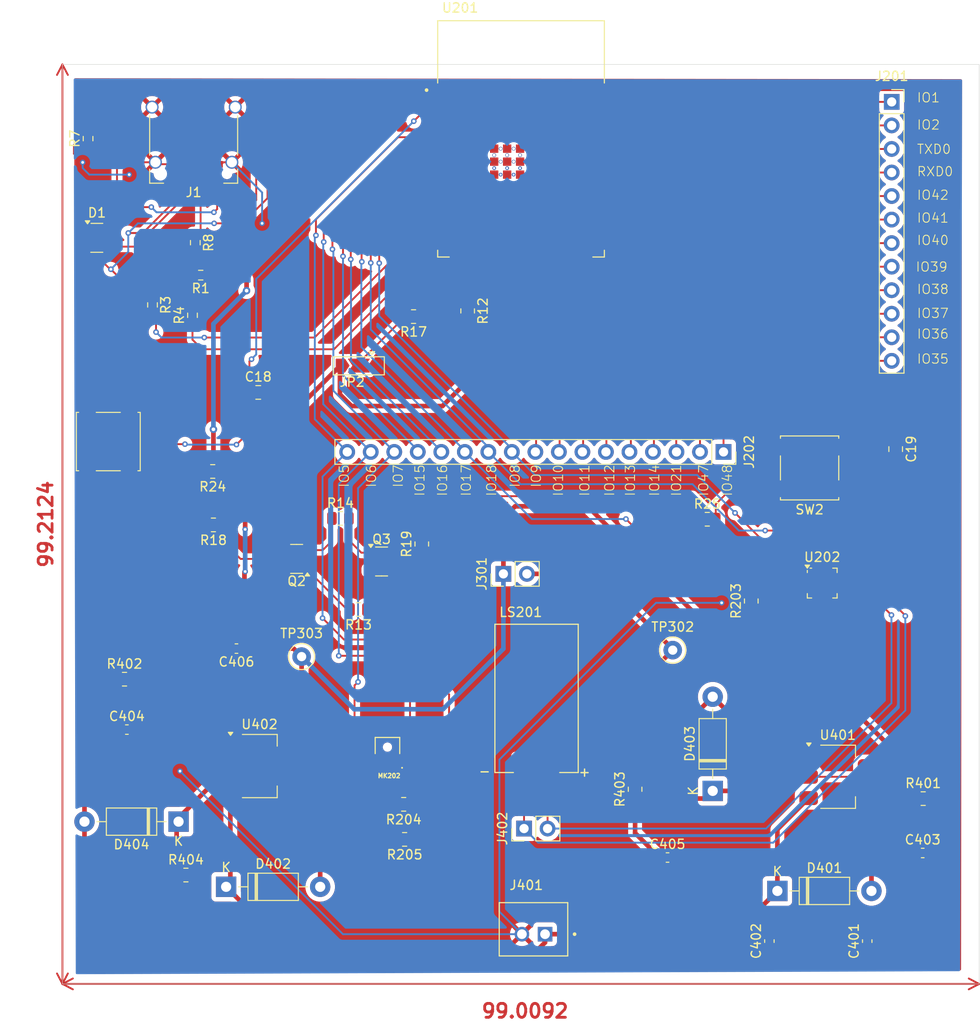
<source format=kicad_pcb>
(kicad_pcb (version 20241229) (generator "pcbnew") (generator_version "9.0")
  (layers (0 "F.Cu" signal) (2 "B.Cu" signal) (13 "F.Paste" user) (15 "B.Paste" user) (5 "F.SilkS" user "F.Silkscreen") (7 "B.SilkS" user "B.Silkscreen") (1 "F.Mask" user) (3 "B.Mask" user) (25 "Edge.Cuts" user))
  (net 0 "")
  (net 1 "/MCU/CHIP_PU")
  (net 2 "GND")
  (net 3 "/MCU/GPIO0_STRAPPING")
  (net 4 "/PowerSS/REG_IN")
  (net 5 "Net-(D403-A)")
  (net 6 "Net-(D404-A)")
  (net 7 "+5V")
  (net 8 "+3.3V")
  (net 9 "/MCU/EXT_D-")
  (net 10 "/MCU/V_USB")
  (net 11 "/MCU/EXT_D+")
  (net 12 "Net-(J1-CC1)")
  (net 13 "Net-(J1-CC2)")
  (net 14 "/MCU/RXD0")
  (net 15 "/MCU/IO14")
  (net 16 "/MCU/IO7")
  (net 17 "/MCU/IO5")
  (net 18 "/MCU/IO2")
  (net 19 "/MCU/IO8")
  (net 20 "/MCU/TXD0")
  (net 21 "/MCU/IO12")
  (net 22 "/MCU/IO6")
  (net 23 "/MCU/IO16")
  (net 24 "/MCU/IO15")
  (net 25 "/MCU/IO11")
  (net 26 "/MCU/IO9")
  (net 27 "/MCU/IO10")
  (net 28 "/MCU/IO13")
  (net 29 "/MCU/IO1")
  (net 30 "/MCU/IO18")
  (net 31 "/MCU/IO35")
  (net 32 "/MCU/IO21")
  (net 33 "/MCU/IO36")
  (net 34 "/MCU/IO39")
  (net 35 "/MCU/IO17")
  (net 36 "/MCU/DTR")
  (net 37 "/MCU/IO37")
  (net 38 "/MCU/IO40")
  (net 39 "/MCU/RTS")
  (net 40 "/MCU/IO38")
  (net 41 "/MCU/IO47")
  (net 42 "/MCU/IO48")
  (net 43 "/MCU/IO42")
  (net 44 "/MCU/IO41")
  (net 45 "/IO/OUTN")
  (net 46 "/IO/OUTP")
  (net 47 "Net-(JP2-C)")
  (net 48 "Net-(MK202-DATA_OUT)")
  (net 49 "Net-(Q2-C)")
  (net 50 "Net-(Q2-B)")
  (net 51 "Net-(Q3-B)")
  (net 52 "Net-(Q3-C)")
  (net 53 "/MCU/D-")
  (net 54 "/MCU/D+")
  (net 55 "/MCU/GPIO46_STRAPPING")
  (net 56 "/MCU/GPIO3_STRAPPING")
  (net 57 "Net-(U202-GAIN_SLOT)")
  (net 58 "/MCU/VBAT_SENSE")
  (net 59 "/MCU/GPIO45_STRAPPING")
  (footprint "B2B_XH_A:JST_B2B-XH-A" (layer "F.Cu") (at 127.0485 147.0914)
    (property "Reference" "J401")
    (property "Value" "B2B-XH-A")
  )
  (footprint "Resistor_SMD:R_0805_2012Metric" (layer "F.Cu") (at 119.9388 80.3656 -90)
    (property "Reference" "R12")
    (property "Value" "1k")
  )
  (footprint "Resistor_SMD:R_0805_2012Metric" (layer "F.Cu") (at 114.0968 80.9752 180)
    (property "Reference" "R17")
    (property "Value" "1k")
  )
  (footprint "CMS_SPEAKER:CUI_CMS-16098A-SP" (layer "F.Cu") (at 127.381 122.176)
    (property "Reference" "LS201")
    (property "Value" "CMS-16098A-SP")
  )
  (footprint "Resistor_SMD:R_0805_2012Metric" (layer "F.Cu") (at 145.8214 102.8446)
    (property "Reference" "R25")
    (property "Value" "100k")
  )
  (footprint "Resistor_SMD:R_0805_2012Metric_Pad1.20x1.40mm_HandSolder" (layer "F.Cu") (at 82.8802 120.1033)
    (property "Reference" "R402")
    (property "Value" "542")
  )
  (footprint "Diode_THT:D_DO-41_SOD81_P10.16mm_Horizontal" (layer "F.Cu") (at 153.3906 142.9512)
    (property "Reference" "D401")
    (property "Value" "1N4002")
  )
  (footprint "Capacitor_SMD:C_0603_1608Metric_Pad1.08x0.95mm_HandSolder" (layer "F.Cu") (at 169.0867 138.85655)
    (property "Reference" "C403")
    (property "Value" "10u")
  )
  (footprint "Diode_THT:D_DO-41_SOD81_P10.16mm_Horizontal" (layer "F.Cu") (at 88.716 135.4731 180)
    (property "Reference" "D404")
    (property "Value" "1N4002")
  )
  (footprint "TestPoint:TestPoint_Keystone_5000-5004_Miniature" (layer "F.Cu") (at 142.0876 116.967)
    (property "Reference" "TP302")
    (property "Value" "5V")
  )
  (footprint "Connector_PinHeader_2.54mm:PinHeader_1x02_P2.54mm_Vertical" (layer "F.Cu") (at 123.7996 108.7374 90)
    (property "Reference" "J301")
    (property "Value" "Conn_01x02_Pin")
  )
  (footprint "Resistor_SMD:R_0805_2012Metric_Pad1.20x1.40mm_HandSolder" (layer "F.Cu") (at 113.1316 137.3886 180)
    (property "Reference" "R205")
    (property "Value" "100k")
  )
  (footprint "Capacitor_SMD:C_0805_2012Metric" (layer "F.Cu") (at 166.1668 95.2754 -90)
    (property "Reference" "C19")
    (property "Value" "1u")
  )
  (footprint "Connector_PinSocket_2.54mm:PinSocket_1x17_P2.54mm_Vertical" (layer "F.Cu") (at 147.574 95.5802 -90)
    (property "Reference" "J202")
    (property "Value" "Conn_01x17_Pin")
  )
  (footprint "Capacitor_SMD:C_0603_1608Metric_Pad1.08x0.95mm_HandSolder" (layer "F.Cu") (at 141.5277 139.3444)
    (property "Reference" "C405")
    (property "Value" "1uF")
  )
  (footprint "Resistor_SMD:R_0603_1608Metric" (layer "F.Cu") (at 90.2208 80.835 90)
    (property "Reference" "R4")
    (property "Value" "22")
  )
  (footprint "Capacitor_SMD:C_0603_1608Metric_Pad1.08x0.95mm_HandSolder" (layer "F.Cu") (at 83.1342 125.5389)
    (property "Reference" "C404")
    (property "Value" "10u")
  )
  (footprint "Resistor_SMD:R_0805_2012Metric_Pad1.20x1.40mm_HandSolder" (layer "F.Cu") (at 138.0236 131.9784 90)
    (property "Reference" "R403")
    (property "Value" "330")
  )
  (footprint "Resistor_SMD:R_0805_2012Metric" (layer "F.Cu") (at 114.9858 105.5135 90)
    (property "Reference" "R19")
    (property "Value" "10k")
  )
  (footprint "Resistor_SMD:R_0805_2012Metric" (layer "F.Cu") (at 92.4814 103.4542 180)
    (property "Reference" "R18")
    (property "Value" "10k")
  )
  (footprint "Button_Switch_SMD:SW_SPST_B3S-1000" (layer "F.Cu") (at 81.1276 94.4626 90)
    (property "Reference" "SW1" (hide yes))
    (property "Value" "SW_Push")
  )
  (footprint "Package_TO_SOT_SMD:SOT-23" (layer "F.Cu") (at 110.6424 107.4025)
    (property "Reference" "Q3")
    (property "Value" "SS8050-G")
  )
  (footprint "Resistor_SMD:R_0805_2012Metric_Pad1.20x1.40mm_HandSolder" (layer "F.Cu") (at 150.5712 111.6678 90)
    (property "Reference" "R203")
    (property "Value" "100k")
  )
  (footprint "Package_TO_SOT_SMD:SOT-223-3_TabPin2" (layer "F.Cu") (at 159.9184 130.6322)
    (property "Reference" "U401")
    (property "Value" "LM317_SOT-223")
  )
  (footprint "Resistor_SMD:R_0805_2012Metric_Pad1.20x1.40mm_HandSolder" (layer "F.Cu") (at 113.03 133.604 180)
    (property "Reference" "R204")
    (property "Value" "51")
  )
  (footprint "Package_TO_SOT_SMD:SOT-23" (layer "F.Cu") (at 101.4684 107.1231 180)
    (property "Reference" "Q2")
    (property "Value" "SS8050-G")
  )
  (footprint "SPH0645LM4H-B(Microphone):MIC_SPH0645LM4H-B" (layer "F.Cu") (at 111.2774 127.4318 180)
    (property "Reference" "MK202")
    (property "Value" "SPH0645LM4H-B")
  )
  (footprint "TestPoint:TestPoint_Keystone_5000-5004_Miniature" (layer "F.Cu") (at 102.0064 117.6649)
    (property "Reference" "TP303")
    (property "Value" "3.3V")
  )
  (footprint "Package_TO_SOT_SMD:SOT-143" (layer "F.Cu") (at 79.883 72.4775)
    (property "Reference" "D1")
    (property "Value" "SP0503BAHT")
  )
  (footprint "Resistor_SMD:R_0805_2012Metric" (layer "F.Cu") (at 108.1509 112.5841 180)
    (property "Reference" "R13")
    (property "Value" "10k")
  )
  (footprint "ESP32_S3_WROOM_1_N8R8:XCVR_ESP32S3WROOM1N8R8" (layer "F.Cu") (at 125.703 61.799)
    (property "Reference" "U201")
    (property "Value" "ESP32-S3-WROOM-1-N8R8" (hide yes))
  )
  (footprint "Capacitor_SMD:C_0805_2012Metric" (layer "F.Cu") (at 97.3212 89.1594)
    (property "Reference" "C18")
    (property "Value" "1u")
  )
  (footprint "Connector_PinHeader_2.54mm:PinHeader_1x02_P2.54mm_Vertical" (layer "F.Cu") (at 126.0298 136.2202 90)
    (property "Reference" "J402")
    (property "Value" "Conn_01x02_Pin")
  )
  (footprint "Package_TO_SOT_SMD:SOT-223-3_TabPin2" (layer "F.Cu") (at 97.4598 129.4759)
    (property "Reference" "U402")
    (property "Value" "LM317_SOT-223")
  )
  (footprint "Diode_THT:D_DO-41_SOD81_P10.16mm_Horizontal" (layer "F.Cu") (at 146.4056 132.1562 90)
    (property "Reference" "D403")
    (property "Value" "1N4002")
  )
  (footprint "Connector_PinSocket_2.54mm:PinSocket_1x12_P2.54mm_Vertical" (layer "F.Cu") (at 165.735 57.8104)
    (property "Reference" "J201")
    (property "Value" "Conn_01x12_Pin")
  )
  (footprint "Resistor_SMD:R_0603_1608Metric" (layer "F.Cu") (at 90.5256 72.9996 -90)
    (property "Reference" "R8")
    (property "Value" "5.1k")
  )
  (footprint "Capacitor_SMD:C_0603_1608Metric_Pad1.08x0.95mm_HandSolder" (layer "F.Cu") (at 163.0934 148.3625 90)
    (property "Reference" "C401")
    (property "Value" "0.1uF")
  )
  (footprint "Package_DFN_QFN:TQFN-16-1EP_3x3mm_P0.5mm_EP1.23x1.23mm" (layer "F.Cu") (at 158.2317 109.732)
    (property "Reference" "U202")
    (property "Value" "MAX98357AETE_T")
  )
  (footprint "Capacitor_SMD:C_0603_1608Metric_Pad1.08x0.95mm_HandSolder" (layer "F.Cu") (at 94.9706 116.8013 180)
    (property "Reference" "C406")
    (property "Value" "1uF")
  )
  (footprint "Resistor_SMD:R_0603_1608Metric" (layer "F.Cu") (at 85.9028 79.7174 -90)
    (property "Reference" "R3")
    (property "Value" "22")
  )
  (footprint "Resistor_SMD:R_0805_2012Metric_Pad1.20x1.40mm_HandSolder" (layer "F.Cu") (at 89.5096 141.2361)
    (property "Reference" "R404")
    (property "Value" "330")
  )
  (footprint "Jumper:SolderJumper-3_P2.0mm_Open_TrianglePad1.0x1.5mm" (layer "F.Cu") (at 108.1886 86.2639 180)
    (property "Reference" "JP2")
    (property "Value" "SolderJumper_3_Open")
  )
  (footprint "Resistor_SMD:R_0805_2012Metric" (layer "F.Cu") (at 92.4052 97.6884 180)
    (property "Reference" "R24")
    (property "Value" "100k")
  )
  (footprint "Resistor_SMD:R_0603_1608Metric" (layer "F.Cu") (at 91.1098 76.5048 180)
    (property "Reference" "R1")
    (property "Value" "1.5k")
  )
  (footprint "Button_Switch_SMD:SW_SPST_B3S-1000" (layer "F.Cu") (at 156.8704 97.3074 180)
    (property "Reference" "SW2")
    (property "Value" "SW_Push")
  )
  (footprint "Resistor_SMD:R_0603_1608Metric" (layer "F.Cu") (at 78.9432 61.7728 90)
    (property "Reference" "R7")
    (property "Value" "5.1k")
  )
  (footprint "Connector_USB:USB_C_Receptacle_Amphenol_12401610E4-2A_CircularHoles" (layer "F.Cu") (at 90.3478 61.214 180)
    (property "Reference" "J1")
    (property "Value" "USB_C_Receptacle_USB2.0")
  )
  (footprint "Resistor_SMD:R_0805_2012Metric_Pad1.20x1.40mm_HandSolder" (layer "F.Cu") (at 169.1375 132.98915)
    (property "Reference" "R401")
    (property "Value" "1k")
  )
  (footprint "Diode_THT:D_DO-41_SOD81_P10.16mm_Horizontal" (layer "F.Cu") (at 93.853 142.5061)
    (property "Reference" "D402")
    (property "Value" "1N4002")
  )
  (footprint "Resistor_SMD:R_0805_2012Metric" (layer "F.Cu") (at 106.197 102.7543)
    (property "Reference" "R14")
    (property "Value" "10k")
  )
  (footprint "Capacitor_SMD:C_0603_1608Metric_Pad1.08x0.95mm_HandSolder" (layer "F.Cu") (at 152.527 148.3625 90)
    (property "Reference" "C402")
    (property "Value" "0.1uF")
  )
  (gr_rect (start 76.1746 53.7718) (end 175.1838 152.9842) (stroke (width 0.05)) (fill no) (layer "Edge.Cuts"))
  (gr_text "IO13\n\n" (at 139.7 100.4316 90) (layer "F.SilkS") (effects (font (size 1 1) (thickness 0.1)) (justify left bottom)))
  (gr_text "IO10\n\n" (at 131.9276 100.4316 90) (layer "F.SilkS") (effects (font (size 1 1) (thickness 0.1)) (justify left bottom)))
  (gr_text "IO14\n\n" (at 142.3162 100.4316 90) (layer "F.SilkS") (effects (font (size 1 1) (thickness 0.1)) (justify left bottom)))
  (gr_text "IO36" (at 168.402 83.439 0) (layer "F.SilkS") (effects (font (size 1 1) (thickness 0.1)) (justify left bottom)))
  (gr_text "IO39" (at 168.275 76.2 0) (layer "F.SilkS") (effects (font (size 1 1) (thickness 0.1)) (justify left bottom)))
  (gr_text "IO1\n" (at 168.402 57.9374 0) (layer "F.SilkS") (effects (font (size 1 1) (thickness 0.1)) (justify left bottom)))
  (gr_text "IO17\n\n" (at 121.9708 100.4316 90) (layer "F.SilkS") (effects (font (size 1 1) (thickness 0.1)) (justify left bottom)))
  (gr_text "IO8\n\n" (at 127.254 99.479219 90) (layer "F.SilkS") (effects (font (size 1 1) (thickness 0.1)) (justify left bottom)))
  (gr_text "IO15\n\n" (at 116.967 100.4316 90) (layer "F.SilkS") (effects (font (size 1 1) (thickness 0.1)) (justify left bottom)))
  (gr_text "IO42" (at 168.402 68.453 0) (layer "F.SilkS") (effects (font (size 1 1) (thickness 0.1)) (justify left bottom)))
  (gr_text "RXD0" (at 168.402 65.913 0) (layer "F.SilkS") (effects (font (size 1 1) (thickness 0.1)) (justify left bottom)))
  (gr_text "IO47\n\n\n" (at 149.225 100.4316 90) (layer "F.SilkS") (effects (font (size 1 1) (thickness 0.1)) (justify left bottom)))
  (gr_text "IO21\n\n" (at 144.6784 100.4316 90) (layer "F.SilkS") (effects (font (size 1 1) (thickness 0.1)) (justify left bottom)))
  (gr_text "IO7\n\n" (at 114.6302 99.479219 90) (layer "F.SilkS") (effects (font (size 1 1) (thickness 0.1)) (justify left bottom)))
  (gr_text "IO2\n\n" (at 168.402 62.484 0) (layer "F.SilkS") (effects (font (size 1 1) (thickness 0.1)) (justify left bottom)))
  (gr_text "IO16\n\n" (at 119.4054 100.4316 90) (layer "F.SilkS") (effects (font (size 1 1) (thickness 0.1)) (justify left bottom)))
  (gr_text "TXD0" (at 168.402 63.5 0) (layer "F.SilkS") (effects (font (size 1 1) (thickness 0.1)) (justify left bottom)))
  (gr_text "IO9\n\n" (at 129.54 99.479219 90) (layer "F.SilkS") (effects (font (size 1 1) (thickness 0.1)) (justify left bottom)))
  (gr_text "IO40" (at 168.402 73.3298 0) (layer "F.SilkS") (effects (font (size 1 1) (thickness 0.1)) (justify left bottom)))
  (gr_text "IO12\n\n" (at 137.4648 100.4316 90) (layer "F.SilkS") (effects (font (size 1 1) (thickness 0.1)) (justify left bottom)))
  (gr_text "IO5\n" (at 107.188 99.479219 90) (layer "F.SilkS") (effects (font (size 1 1) (thickness 0.1)) (justify left bottom)))
  (gr_text "IO35" (at 168.402 86.1314 0) (layer "F.SilkS") (effects (font (size 1 1) (thickness 0.1)) (justify left bottom)))
  (gr_text "IO18\n\n" (at 124.714 100.4316 90) (layer "F.SilkS") (effects (font (size 1 1) (thickness 0.1)) (justify left bottom)))
  (gr_text "IO41" (at 168.402 70.9168 0) (layer "F.SilkS") (effects (font (size 1 1) (thickness 0.1)) (justify left bottom)))
  (gr_text "IO37" (at 168.402 81.2038 0) (layer "F.SilkS") (effects (font (size 1 1) (thickness 0.1)) (justify left bottom)))
  (gr_text "IO11\n\n" (at 134.7724 100.4316 90) (layer "F.SilkS") (effects (font (size 1 1) (thickness 0.1)) (justify left bottom)))
  (gr_text "IO38" (at 168.402 78.613 0) (layer "F.SilkS") (effects (font (size 1 1) (thickness 0.1)) (justify left bottom)))
  (gr_text "IO48\n\n\n" (at 151.7904 100.4316 90) (layer "F.SilkS") (effects (font (size 1 1) (thickness 0.1)) (justify left bottom)))
  (gr_text "IO6\n\n" (at 111.7346 99.479219 90) (layer "F.SilkS") (effects (font (size 1 1) (thickness 0.1)) (justify left bottom)))
  (dimension (type orthogonal) (layer "F.Cu") (pts (xy 76.1746 152.9842) (xy 175.1838 152.9842)) (height 0) (orientation 0) (format (prefix "") (suffix "") (units 3) (units_format 0) (precision 4) (suppress_zeroes yes)) (style (thickness 0.2) (arrow_length 1.27) (text_position_mode 2) (arrow_direction outward) (extension_height 0.58642) (extension_offset 0.5) (keep_text_aligned yes)) (gr_text "99.0092" (at 126.1364 155.9052 0) (layer "F.Cu") (effects (font (size 1.5 1.5) (thickness 0.3)))))
  (dimension (type orthogonal) (layer "F.Cu") (pts (xy 76.1746 53.7718) (xy 76.1746 152.9842)) (height 0) (orientation 1) (format (prefix "") (suffix "") (units 3) (units_format 0) (precision 4) (suppress_zeroes yes)) (style (thickness 0.2) (arrow_length 1.27) (text_position_mode 0) (arrow_direction outward) (extension_height 0.58642) (extension_offset 0.5) (keep_text_aligned yes)) (gr_text "99.2124" (at 74.3746 103.378 90) (layer "F.Cu") (effects (font (size 1.5 1.5) (thickness 0.3)))))
  (segment (start 114.1222 59.8932) (end 114.9364 59.079) (width 0.2) (layer "F.Cu") (net 1))
  (segment (start 91.4927 103.378) (end 91.5689 103.4542) (width 0.2) (layer "F.Cu") (net 1))
  (segment (start 88.0882 95.1982) (end 83.3776 90.4876) (width 0.2) (layer "F.Cu") (net 1))
  (segment (start 89.408 94.742) (end 88.5444 94.742) (width 0.2) (layer "F.Cu") (net 1))
  (segment (start 90.5784 97.6884) (end 88.0882 95.1982) (width 0.2) (layer "F.Cu") (net 1))
  (segment (start 91.4927 97.6884) (end 91.4927 103.378) (width 0.2) (layer "F.Cu") (net 1))
  (segment (start 91.4927 97.6884) (end 90.5784 97.6884) (width 0.2) (layer "F.Cu") (net 1))
  (segment (start 83.3776 98.4376) (end 90.7435 98.4376) (width 0.2) (layer "F.Cu") (net 1))
  (segment (start 88.5444 94.742) (end 88.0882 95.1982) (width 0.2) (layer "F.Cu") (net 1))
  (segment (start 96.3712 85.7976) (end 96.3712 89.1594) (width 0.2) (layer "F.Cu") (net 1))
  (segment (start 114.9364 59.079) (end 116.953 59.079) (width 0.2) (layer "F.Cu") (net 1))
  (segment (start 96.5962 85.5726) (end 96.3712 85.7976) (width 0.2) (layer "F.Cu") (net 1))
  (segment (start 90.7435 98.4376) (end 91.4927 97.6884) (width 0.2) (layer "F.Cu") (net 1))
  (segment (start 96.3712 93.3922) (end 94.9706 94.7928) (width 0.2) (layer "F.Cu") (net 1))
  (segment (start 96.3712 89.1594) (end 96.3712 93.3922) (width 0.2) (layer "F.Cu") (net 1))
  (via (at 96.5962 85.5726) (size 0.6) (drill 0.3) (layers "F.Cu" "B.Cu") (net 1))
  (via (at 89.408 94.742) (size 0.6) (drill 0.3) (layers "F.Cu" "B.Cu") (net 1))
  (via (at 94.9706 94.7928) (size 0.6) (drill 0.3) (layers "F.Cu" "B.Cu") (net 1))
  (via (at 114.1222 59.8932) (size 0.6) (drill 0.3) (layers "F.Cu" "B.Cu") (net 1))
  (segment (start 89.4588 94.7928) (end 89.408 94.742) (width 0.2) (layer "B.Cu") (net 1))
  (segment (start 96.5962 85.5726) (end 97.1042 85.0646) (width 0.2) (layer "B.Cu") (net 1))
  (segment (start 97.1042 76.9112) (end 114.1222 59.8932) (width 0.2) (layer "B.Cu") (net 1))
  (segment (start 97.1042 85.0646) (end 97.1042 76.9112) (width 0.2) (layer "B.Cu") (net 1))
  (segment (start 94.9706 94.7928) (end 89.4588 94.7928) (width 0.2) (layer "B.Cu") (net 1))
  (segment (start 166.1414 96.2508) (end 166.1668 96.2254) (width 0.2) (layer "F.Cu") (net 2))
  (segment (start 89.8652 65.3542) (end 90.9828 65.3542) (width 0.2) (layer "F.Cu") (net 2))
  (segment (start 87.8478 64.534) (end 87.8478 65.365) (width 0.2) (layer "F.Cu") (net 2))
  (segment (start 93.5578 64.324) (end 93.3478 64.534) (width 0.2) (layer "F.Cu") (net 2))
  (segment (start 134.453 56.539) (end 167.3084 56.539) (width 0.2) (layer "F.Cu") (net 2))
  (segment (start 87.8478 65.365) (end 87.5978 65.615) (width 0.2) (layer "F.Cu") (net 2))
  (segment (start 160.8454 101.2318) (end 160.8454 99.5574) (width 0.2) (layer "F.Cu") (net 2))
  (segment (start 160.2232 101.854) (end 160.8454 101.2318) (width 0.2) (layer "F.Cu") (net 2))
  (segment (start 78.883 65.4718) (end 78.883 71.7275) (width 0.2) (layer "F.Cu") (net 2))
  (segment (start 87.5978 65.615) (end 87.5978 66.234) (width 0.2) (layer "F.Cu") (net 2))
  (segment (start 93.0978 65.2204) (end 91.1166 65.2204) (width 0.2) (layer "F.Cu") (net 2))
  (segment (start 169.4688 100.6094) (end 166.1414 97.282) (width 0.2) (layer "F.Cu") (net 2))
  (segment (start 148.177 112.6678) (end 147.3708 111.8616) (width 0.2) (layer "F.Cu") (net 2))
  (segment (start 94.4778 64.324) (end 93.5578 64.324) (width 0.2) (layer "F.Cu") (net 2))
  (segment (start 167.767 95.4024) (end 166.944 96.2254) (width 0.2) (layer "F.Cu") (net 2))
  (segment (start 87.8878 65.405) (end 87.8478 65.365) (width 0.2) (layer "F.Cu") (net 2))
  (segment (start 151.416 112.6678) (end 154.1018 109.982) (width 0.2) (layer "F.Cu") (net 2))
  (segment (start 91.3478 64.9892) (end 91.3478 64.534) (width 0.2) (layer "F.Cu") (net 2))
  (segment (start 166.1414 97.3582) (end 166.1414 97.282) (width 0.2) (layer "F.Cu") (net 2))
  (segment (start 116.953 56.539) (end 96.6728 56.539) (width 0.2) (layer "F.Cu") (net 2))
  (segment (start 78.359 64.3382) (end 78.359 64.9478) (width 0.2) (layer "F.Cu") (net 2))
  (segment (start 77.4192 63.3984) (end 77.4192 62.4718) (width 0.2) (layer "F.Cu") (net 2))
  (segment (start 93.0978 66.234) (end 93.0978 65.2204) (width 0.2) (layer "F.Cu") (net 2))
  (segment (start 86.2178 64.324) (end 84.7232 64.324) (width 0.2) (layer "F.Cu") (net 2))
  (segment (start 170.1375 138.66825) (end 169.9492 138.85655) (width 0.5) (layer "F.Cu") (net 2))
  (segment (start 86.4278 64.534) (end 86.2178 64.324) (width 0.2) (layer "F.Cu") (net 2))
  (segment (start 77.4192 62.4718) (end 78.9432 60.9478) (width 0.2) (layer "F.Cu") (net 2))
  (segment (start 159.6692 109.482) (end 161.155 109.482) (width 0.2) (layer "F.Cu") (net 2))
  (segment (start 91.1098 65.2272) (end 91.3478 64.9892) (width 0.2) (layer "F.Cu") (net 2))
  (segment (start 167.767 56.9976) (end 167.767 95.4024) (width 0.2) (layer "F.Cu") (net 2))
  (segment (start 167.3084 56.539) (end 167.767 56.9976) (width 0.2) (layer "F.Cu") (net 2))
  (segment (start 169.4688 101.1682) (end 169.4688 100.6094) (width 0.2) (layer "F.Cu") (net 2))
  (segment (start 152.8954 99.5574) (end 152.8954 101.2318) (width 0.2) (layer "F.Cu") (net 2))
  (segment (start 152.8954 101.2318) (end 153.5176 101.854) (width 0.2) (layer "F.Cu") (net 2))
  (segment (start 87.8478 64.534) (end 86.4278 64.534) (width 0.2) (layer "F.Cu") (net 2))
  (segment (start 96.6728 56.539) (end 94.8378 58.374) (width 0.2) (layer "F.Cu") (net 2))
  (segment (start 88.4804 130.0226) (end 88.8746 130.0226) (width 0.2) (layer "F.Cu") (net 2))
  (segment (start 78.359 64.9478) (end 78.883 65.4718) (width 0.2) (layer "F.Cu") (net 2))
  (segment (start 157.9817 109.482) (end 158.2317 109.732) (width 0.2) (layer "F.Cu") (net 2))
  (segment (start 163.9422 99.5574) (end 166.1414 97.3582) (width 0.2) (layer "F.Cu") (net 2))
  (segment (start 160.8454 99.5574) (end 163.9422 99.5574) (width 0.2) (layer "F.Cu") (net 2))
  (segment (start 166.1414 97.282) (end 166.1414 96.2508) (width 0.2) (layer "F.Cu") (net 2))
  (segment (start 93.0978 65.2204) (end 93.3478 64.9704) (width 0.2) (layer "F.Cu") (net 2))
  (segment (start 94.8314 73.8246) (end 97.7392 70.9168) (width 0.2) (layer "F.Cu") (net 2))
  (segment (start 166.944 96.2254) (end 166.1668 96.2254) (width 0.2) (layer "F.Cu") (net 2))
  (segment (start 89.6366 65.405) (end 87.8878 65.405) (width 0.2) (layer "F.Cu") (net 2))
  (segment (start 93.3478 64.9704) (end 93.3478 64.534) (width 0.2) (layer "F.Cu") (net 2))
  (segment (start 150.5712 112.6678) (end 151.416 112.6678) (width 0.2) (layer "F.Cu") (net 2))
  (segment (start 89.5978 65.6216) (end 89.8652 65.3542) (width 0.2) (layer "F.Cu") (net 2))
  (segment (start 153.5176 101.854) (end 160.2232 101.854) (width 0.2) (layer "F.Cu") (net 2))
  (segment (start 89.5978 66.234) (end 89.5978 65.6216) (width 0.2) (layer "F.Cu") (net 2))
  (segment (start 78.359 64.3382) (end 77.4192 63.3984) (width 0.2) (layer "F.Cu") (net 2))
  (segment (start 90.9828 65.3542) (end 91.1098 65.2272) (width 0.2) (layer "F.Cu") (net 2))
  (segment (start 157.9817 108.2945) (end 157.9817 109.482) (width 0.2) (layer "F.Cu") (net 2))
  (segment (start 158.4817 109.482) (end 158.2317 109.732) (width 0.2) (layer "F.Cu") (net 2))
  (segment (start 156.7942 109.982) (end 157.9817 109.982) (width 0.2) (layer "F.Cu") (net 2))
  (segment (start 91.1166 65.2204) (end 91.1098 65.2272) (width 0.2) (layer "F.Cu") (net 2))
  (segment (start 150.5712 112.6678) (end 148.177 112.6678) (width 0.2) (layer "F.Cu") (net 2))
  (segment (start 157.9817 109.982) (end 158.2317 109.732) (width 0.2) (layer "F.Cu") (net 2))
  (segment (start 154.1018 109.982) (end 156.7942 109.982) (width 0.2) (layer "F.Cu") (net 2))
  (segment (start 161.155 109.482) (end 169.4688 101.1682) (width 0.2) (layer "F.Cu") (net 2))
  (segment (start 83.9967 125.5389) (end 88.4804 130.0226) (width 0.2) (layer "F.Cu") (net 2))
  (segment (start 84.7232 64.324) (end 83.3882 65.659) (width 0.2) (layer "F.Cu") (net 2))
  (segment (start 159.6692 109.482) (end 158.4817 109.482) (width 0.2) (layer "F.Cu") (net 2))
  (segment (start 90.5256 73.8246) (end 94.8314 73.8246) (width 0.2) (layer "F.Cu") (net 2))
  (via (at 78.359 64.3382) (size 0.6) (drill 0.3) (layers "F.Cu" "B.Cu") (net 2))
  (via (at 97.7392 70.9168) (size 0.6) (drill 0.3) (layers "F.Cu" "B.Cu") (net 2))
  (via (at 147.3708 111.8616) (size 0.6) (drill 0.3) (layers "F.Cu" "B.Cu") (net 2))
  (via (at 88.8746 130.0226) (size 0.6) (drill 0.3) (layers "F.Cu" "B.Cu") (net 2))
  (via (at 83.3882 65.659) (size 0.6) (drill 0.3) (layers "F.Cu" "B.Cu") (net 2))
  (segment (start 97.7392 70.9168) (end 97.7392 67.5854) (width 0.2) (layer "B.Cu") (net 2))
  (segment (start 147.3708 111.8616) (end 140.2842 111.8616) (width 0.2) (layer "B.Cu") (net 2))
  (segment (start 78.359 64.9478) (end 79.0702 65.659) (width 0.2) (layer "B.Cu") (net 2))
  (segment (start 88.8746 130.0226) (end 106.4684 147.6164) (width 0.2) (layer "B.Cu") (net 2))
  (segment (start 123.3678 145.1857) (end 125.7985 147.6164) (width 0.2) (layer "B.Cu") (net 2))
  (segment (start 140.2842 111.8616) (end 123.3678 128.778) (width 0.2) (layer "B.Cu") (net 2))
  (segment (start 106.4684 147.6164) (end 125.7985 147.6164) (width 0.2) (layer "B.Cu") (net 2))
  (segment (start 79.0702 65.659) (end 83.3882 65.659) (width 0.2) (layer "B.Cu") (net 2))
  (segment (start 78.359 64.3382) (end 78.359 64.9478) (width 0.2) (layer "B.Cu") (net 2))
  (segment (start 97.7392 67.5854) (end 94.4778 64.324) (width 0.2) (layer "B.Cu") (net 2))
  (segment (start 123.3678 128.778) (end 123.3678 145.1857) (width 0.2) (layer "B.Cu") (net 2))
  (segment (start 161.5774 94.3254) (end 166.1668 94.3254) (width 0.2) (layer "F.Cu") (net 3))
  (segment (start 146.7339 101.2189) (end 146.7339 102.8446) (width 0.2) (layer "F.Cu") (net 3))
  (segment (start 160.8454 92.4178) (end 160.8454 95.0574) (width 0.2) (layer "F.Cu") (net 3))
  (segment (start 152.8954 95.0574) (end 152.8954 92.5702) (width 0.2) (layer "F.Cu") (net 3))
  (segment (start 114.9858 103.3526) (end 117.983 100.3554) (width 0.2) (layer "F.Cu") (net 3))
  (segment (start 134.453 76.615) (end 152.8954 95.0574) (width 0.2) (layer "F.Cu") (net 3))
  (segment (start 117.983 100.3554) (end 144.2447 100.3554) (width 0.2) (layer "F.Cu") (net 3))
  (segment (start 152.8954 92.5702) (end 154.5336 90.932) (width 0.2) (layer "F.Cu") (net 3))
  (segment (start 114.9858 104.601) (end 114.9858 103.3526) (width 0.2) (layer "F.Cu") (net 3))
  (segment (start 160.8454 95.0574) (end 161.5774 94.3254) (width 0.2) (layer "F.Cu") (net 3))
  (segment (start 159.3596 90.932) (end 160.8454 92.4178) (width 0.2) (layer "F.Cu") (net 3))
  (segment (start 134.453 73.049) (end 134.453 76.615) (width 0.2) (layer "F.Cu") (net 3))
  (segment (start 154.5336 90.932) (end 159.3596 90.932) (width 0.2) (layer "F.Cu") (net 3))
  (segment (start 152.8954 95.0574) (end 146.7339 101.2189) (width 0.2) (layer "F.Cu") (net 3))
  (segment (start 144.2447 100.3554) (end 146.7339 102.8446) (width 0.2) (layer "F.Cu") (net 3))
  (segment (start 153.3906 136.31) (end 156.7684 132.9322) (width 0.5) (layer "F.Cu") (net 4))
  (segment (start 125.9078 150.9014) (end 102.2483 150.9014) (width 0.5) (layer "F.Cu") (net 4))
  (segment (start 148.7254 147.6164) (end 150.334 149.225) (width 0.5) (layer "F.Cu") (net 4))
  (segment (start 128.2985 148.5107) (end 125.9078 150.9014) (width 0.5) (layer "F.Cu") (net 4))
  (segment (start 94.3098 142.0493) (end 93.853 142.5061) (width 0.2) (layer "F.Cu") (net 4))
  (segment (start 128.2985 147.6164) (end 128.2985 148.5107) (width 0.5) (layer "F.Cu") (net 4))
  (segment (start 152.527 149.225) (end 163.0934 149.225) (width 0.5) (layer "F.Cu") (net 4))
  (segment (start 102.2483 150.9014) (end 93.853 142.5061) (width 0.5) (layer "F.Cu") (net 4))
  (segment (start 153.3906 142.9512) (end 153.3906 136.31) (width 0.5) (layer "F.Cu") (net 4))
  (segment (start 128.2985 147.6164) (end 148.7254 147.6164) (width 0.5) (layer "F.Cu") (net 4))
  (segment (start 148.7254 147.6164) (end 153.3906 142.9512) (width 0.5) (layer "F.Cu") (net 4))
  (segment (start 150.334 149.225) (end 152.527 149.225) (width 0.5) (layer "F.Cu") (net 4))
  (segment (start 94.3098 131.7759) (end 94.3098 142.0493) (width 0.5) (layer "F.Cu") (net 4))
  (segment (start 156.7684 125.5272) (end 156.7684 128.3322) (width 0.5) (layer "F.Cu") (net 5))
  (segment (start 168.1375 129.9613) (end 162.2298 124.0536) (width 0.5) (layer "F.Cu") (net 5))
  (segment (start 168.2242 138.85655) (end 168.2242 133.07585) (width 0.5) (layer "F.Cu") (net 5))
  (segment (start 152.7416 128.3322) (end 156.7684 128.3322) (width 0.5) (layer "F.Cu") (net 5))
  (segment (start 168.2242 133.07585) (end 168.1375 132.98915) (width 0.5) (layer "F.Cu") (net 5))
  (segment (start 146.4056 121.9962) (end 138.0236 130.3782) (width 0.5) (layer "F.Cu") (net 5))
  (segment (start 168.1375 132.98915) (end 168.1375 129.9613) (width 0.5) (layer "F.Cu") (net 5))
  (segment (start 146.4056 121.9962) (end 152.7416 128.3322) (width 0.5) (layer "F.Cu") (net 5))
  (segment (start 138.0236 130.3782) (end 138.0236 130.9784) (width 0.5) (layer "F.Cu") (net 5))
  (segment (start 162.2298 124.0536) (end 158.242 124.0536) (width 0.5) (layer "F.Cu") (net 5))
  (segment (start 158.242 124.0536) (end 156.7684 125.5272) (width 0.5) (layer "F.Cu") (net 5))
  (segment (start 90.5096 142.1919) (end 88.2904 144.4111) (width 0.5) (layer "F.Cu") (net 6))
  (segment (start 81.8802 120.1033) (end 81.8802 117.8013) (width 0.5) (layer "F.Cu") (net 6))
  (segment (start 78.8924 135.8095) (end 78.556 135.4731) (width 0.2) (layer "F.Cu") (net 6))
  (segment (start 81.8802 117.8013) (end 82.4484 117.2331) (width 0.5) (layer "F.Cu") (net 6))
  (segment (start 84.367 117.2331) (end 94.3098 127.1759) (width 0.5) (layer "F.Cu") (net 6))
  (segment (start 88.2904 144.4111) (end 84.3534 144.4111) (width 0.5) (layer "F.Cu") (net 6))
  (segment (start 93.63855 126.50465) (end 94.3098 127.1759) (width 0.2) (layer "F.Cu") (net 6))
  (segment (start 90.5096 141.2361) (end 90.5096 142.1919) (width 0.5) (layer "F.Cu") (net 6))
  (segment (start 78.556 138.6137) (end 78.556 135.4731) (width 0.5) (layer "F.Cu") (net 6))
  (segment (start 84.3534 144.4111) (end 78.556 138.6137) (width 0.5) (layer "F.Cu") (net 6))
  (segment (start 80.3656 123.7863) (end 80.3656 121.6179) (width 0.5) (layer "F.Cu") (net 6))
  (segment (start 78.556 129.2546) (end 82.2717 125.5389) (width 0.5) (layer "F.Cu") (net 6))
  (segment (start 82.1182 125.5389) (end 80.3656 123.7863) (width 0.5) (layer "F.Cu") (net 6))
  (segment (start 78.556 135.4731) (end 78.556 129.2546) (width 0.5) (layer "F.Cu") (net 6))
  (segment (start 80.3656 121.6179) (end 81.8802 120.1033) (width 0.5) (layer "F.Cu") (net 6))
  (segment (start 82.2717 125.5389) (end 82.1182 125.5389) (width 0.2) (layer "F.Cu") (net 6))
  (segment (start 82.4484 117.2331) (end 84.367 117.2331) (width 0.5) (layer "F.Cu") (net 6))
  (segment (start 133.9596 108.7374) (end 126.3396 108.7374) (width 0.5) (layer "F.Cu") (net 7))
  (segment (start 135.5852 123.4694) (end 142.0876 116.967) (width 0.5) (layer "F.Cu") (net 7))
  (segment (start 138.0236 132.9784) (end 135.5852 130.54) (width 0.5) (layer "F.Cu") (net 7))
  (segment (start 140.6652 139.3444) (end 138.0236 136.7028) (width 0.5) (layer "F.Cu") (net 7))
  (segment (start 146.4056 132.1562) (end 145.5834 132.9784) (width 0.2) (layer "F.Cu") (net 7))
  (segment (start 142.0876 116.8654) (end 133.9596 108.7374) (width 0.5) (layer "F.Cu") (net 7))
  (segment (start 163.5506 142.9512) (end 163.5506 131.1144) (width 0.5) (layer "F.Cu") (net 7))
  (segment (start 142.0876 116.967) (end 142.0876 116.8654) (width 0.2) (layer "F.Cu") (net 7))
  (segment (start 135.5852 130.54) (end 135.5852 123.4694) (width 0.5) (layer "F.Cu") (net 7))
  (segment (start 151.0284 130.6322) (end 149.5044 132.1562) (width 0.5) (layer "F.Cu") (net 7))
  (segment (start 145.5834 132.9784) (end 138.0236 132.9784) (width 0.5) (layer "F.Cu") (net 7))
  (segment (start 149.5044 132.1562) (end 146.4056 132.1562) (width 0.5) (layer "F.Cu") (net 7))
  (segment (start 163.5506 131.1144) (end 163.0684 130.6322) (width 0.2) (layer "F.Cu") (net 7))
  (segment (start 156.7684 130.6322) (end 151.0284 130.6322) (width 0.5) (layer "F.Cu") (net 7))
  (segment (start 138.0236 136.7028) (end 138.0236 132.9784) (width 0.5) (layer "F.Cu") (net 7))
  (segment (start 163.0684 130.6322) (end 156.7684 130.6322) (width 0.2) (layer "F.Cu") (net 7))
  (segment (start 154.1018 113.7158) (end 154.559 113.2586) (width 0.5) (layer "F.Cu") (net 8))
  (segment (start 96.0628 78.1812) (end 96.0628 76.9874) (width 0.5) (layer "F.Cu") (net 8))
  (segment (start 154.559 113.2586) (end 154.4066 113.2586) (width 0.2) (layer "F.Cu") (net 8))
  (segment (start 132.8928 101.4476) (end 146.0754 114.6302) (width 0.5) (layer "F.Cu") (net 8))
  (segment (start 114.1222 57.9628) (end 116.7992 57.9628) (width 0.5) (layer "F.Cu") (net 8))
  (segment (start 95.9104 100.2811) (end 93.3177 97.6884) (width 0.5) (layer "F.Cu") (net 8))
  (segment (start 107.3912 90.6272) (end 117.221 90.6272) (width 0.5) (layer "F.Cu") (net 8))
  (segment (start 102.0064 128.0793) (end 102.0064 117.6649) (width 0.5) (layer "F.Cu") (net 8))
  (segment (start 157.3022 113.2586) (end 154.559 113.2586) (width 0.5) (layer "F.Cu") (net 8))
  (segment (start 88.716 135.0697) (end 88.716 135.4731) (width 0.5) (layer "F.Cu") (net 8))
  (segment (start 100.6098 129.4759) (end 100.6397 129.5058) (width 0.5) (layer "F.Cu") (net 8))
  (segment (start 154.4066 113.2586) (end 154.3812 113.284) (width 0.2) (layer "F.Cu") (net 8))
  (segment (start 158.4817 111.1695) (end 158.4817 112.0791) (width 0.2) (layer "F.Cu") (net 8))
  (segment (start 92.4814 96.8521) (end 93.3177 97.6884) (width 0.5) (layer "F.Cu") (net 8))
  (segment (start 94.3098 129.4759) (end 100.6098 129.4759) (width 0.5) (layer "F.Cu") (net 8))
  (segment (start 88.5096 141.2361) (end 88.5096 135.6795) (width 0.5) (layer "F.Cu") (net 8))
  (segment (start 123.7996 102.7176) (end 125.0696 101.4476) (width 0.5) (layer "F.Cu") (net 8))
  (segment (start 123.7996 108.7374) (end 123.7996 102.7176) (width 0.5) (layer "F.Cu") (net 8))
  (segment (start 156.0148 110.482) (end 155.194 111.3028) (width 0.2) (layer "F.Cu") (net 8))
  (segment (start 125.0696 101.4476) (end 132.8928 101.4476) (width 0.5) (layer "F.Cu") (net 8))
  (segment (start 153.1874 114.6302) (end 154.1018 113.7158) (width 0.5) (layer "F.Cu") (net 8))
  (segment (start 92.4814 93.1418) (end 92.4814 96.8521) (width 0.5) (layer "F.Cu") (net 8))
  (segment (start 104.013 132.8791) (end 100.6098 129.4759) (width 0.5) (layer "F.Cu") (net 8))
  (segment (start 95.9104 103.9368) (end 95.9104 100.2811) (width 0.5) (layer "F.Cu") (net 8))
  (segment (start 104.013 142.5061) (end 104.013 132.8791) (width 0.5) (layer "F.Cu") (net 8))
  (segment (start 156.7942 110.482) (end 156.0148 110.482) (width 0.2) (layer "F.Cu") (net 8))
  (segment (start 146.0754 114.6302) (end 153.1874 114.6302) (width 0.5) (layer "F.Cu") (net 8))
  (segment (start 158.0896 113.2586) (end 157.3022 113.2586) (width 0.5) (layer "F.Cu") (net 8))
  (segment (start 158.4817 112.0791) (end 157.3022 113.2586) (width 0.5) (layer "F.Cu") (net 8))
  (segment (start 95.9104 96.5421) (end 106.1886 86.2639) (width 0.5) (layer "F.Cu") (net 8))
  (segment (start 95.5802 76.5048) (end 114.1222 57.9628) (width 0.5) (layer "F.Cu") (net 8))
  (segment (start 116.7992 57.9628) (end 116.953 57.809) (width 0.2) (layer "F.Cu") (net 8))
  (segment (start 143.5119 101.4476) (end 144.9089 102.8446) (width 0.5) (layer "F.Cu") (net 8))
  (segment (start 95.8331 116.8013) (end 101.1428 116.8013) (width 0.5) (layer "F.Cu") (net 8))
  (segment (start 94.3098 129.4759) (end 88.716 135.0697) (width 0.5) (layer "F.Cu") (net 8))
  (segment (start 106.1466 86.3059) (end 106.1466 89.3826) (width 0.5) (layer "F.Cu") (net 8))
  (segment (start 88.5096 135.6795) (end 88.716 135.4731) (width 0.5) (layer "F.Cu") (net 8))
  (segment (start 158.9817 111.1695) (end 158.9817 112.3665) (width 0.2) (layer "F.Cu") (net 8))
  (segment (start 119.9388 87.9094) (end 119.9388 81.2781) (width 0.5) (layer "F.Cu") (net 8))
  (segment (start 158.9817 112.3665) (end 158.0896 113.2586) (width 0.5) (layer "F.Cu") (net 8))
  (segment (start 100.6397 129.5058) (end 110.3774 129.5058) (width 0.5) (layer "F.Cu") (net 8))
  (segment (start 95.9104 100.2811) (end 95.9104 96.5421) (width 0.5) (layer "F.Cu") (net 8))
  (segment (start 95.8331 116.8013) (end 95.8331 108.5607) (width 0.5) (layer "F.Cu") (net 8))
  (segment (start 132.8928 101.4476) (end 143.5119 101.4476) (width 0.5) (layer "F.Cu") (net 8))
  (segment (start 100.6098 129.4759) (end 102.0064 128.0793) (width 0.5) (layer "F.Cu") (net 8))
  (segment (start 96.0628 76.9874) (end 95.5802 76.5048) (width 0.5) (layer "F.Cu") (net 8))
  (segment (start 155.194 111.3028) (end 155.194 112.6236) (width 0.2) (layer "F.Cu") (net 8))
  (segment (start 106.1466 89.3826) (end 107.3912 90.6272) (width 0.5) (layer "F.Cu") (net 8))
  (segment (start 95.8331 108.5607) (end 95.9104 108.4834) (width 0.5) (layer "F.Cu") (net 8))
  (segment (start 154.1018 113.7158) (end 155.194 112.6236) (width 0.5) (layer "F.Cu") (net 8))
  (segment (start 117.221 90.6272) (end 119.9388 87.9094) (width 0.5) (layer "F.Cu") (net 8))
  (segment (start 91.9348 76.5048) (end 95.5802 76.5048) (width 0.5) (layer "F.Cu") (net 8))
  (segment (start 106.1886 86.2639) (end 106.1466 86.3059) (width 0.5) (layer "F.Cu") (net 8))
  (segment (start 101.1428 116.8013) (end 102.0064 117.6649) (width 0.5) (layer "F.Cu") (net 8))
  (via (at 92.4814 93.1418) (size 0.8) (drill 0.4) (layers "F.Cu" "B.Cu") (net 8))
  (via (at 95.9104 103.9368) (size 0.6) (drill 0.3) (layers "F.Cu" "B.Cu") (net 8))
  (via (at 96.0628 78.1812) (size 0.8) (drill 0.4) (layers "F.Cu" "B.Cu") (net 8))
  (via (at 95.9104 108.4834) (size 0.6) (drill 0.3) (layers "F.Cu" "B.Cu") (net 8))
  (segment (start 95.9104 103.9368) (end 95.9104 108.4834) (width 0.5) (layer "B.Cu") (net 8))
  (segment (start 123.7996 116.8146) (end 117.2718 123.3424) (width 0.5) (layer "B.Cu") (net 8))
  (segment (start 117.2718 123.3424) (end 107.6839 123.3424) (width 0.5) (layer "B.Cu") (net 8))
  (segment (start 92.4814 93.1418) (end 92.4814 81.7626) (width 0.5) (layer "B.Cu") (net 8))
  (segment (start 92.4814 81.7626) (end 96.0628 78.1812) (width 0.5) (layer "B.Cu") (net 8))
  (segment (start 107.6839 123.3424) (end 102.0064 117.6649) (width 0.5) (layer "B.Cu") (net 8))
  (segment (start 123.7996 108.7374) (end 123.7996 116.8146) (width 0.5) (layer "B.Cu") (net 8))
  (segment (start 91.44 61.3854) (end 97.7328 61.3854) (width 0.2) (layer "F.Cu") (net 9))
  (segment (start 95.8088 70.7136) (end 95.6056 70.9168) (width 0.2) (layer "F.Cu") (net 9))
  (segment (start 84.8614 71.9582) (end 83.2866 71.9582) (width 0.2) (layer "F.Cu") (net 9))
  (segment (start 98.3234 61.976) (end 98.3234 68.199) (width 0.2) (layer "F.Cu") (net 9))
  (segment (start 90.8478 61.9776) (end 91.44 61.3854) (width 0.2) (layer "F.Cu") (net 9))
  (segment (start 98.3234 68.199) (end 95.8088 70.7136) (width 0.2) (layer "F.Cu") (net 9))
  (segment (start 95.6056 70.9168) (end 92.5576 70.9168) (width 0.2) (layer "F.Cu") (net 9))
  (segment (start 90.0978 66.234) (end 90.0978 66.7218) (width 0.2) (layer "F.Cu") (net 9))
  (segment (start 90.8478 64.534) (end 90.8478 61.9776) (width 0.2) (layer "F.Cu") (net 9))
  (segment (start 81.407 75.8698) (end 81.3253 75.8698) (width 0.2) (layer "F.Cu") (net 9))
  (segment (start 85.9028 78.8924) (end 85.9028 78.0288) (width 0.2) (layer "F.Cu") (net 9))
  (segment (start 85.9028 78.0288) (end 84.6836 76.8096) (width 0.2) (layer "F.Cu") (net 9))
  (segment (start 82.3468 76.8096) (end 81.407 75.8698) (width 0.2) (layer "F.Cu") (net 9))
  (segment (start 84.6836 76.8096) (end 82.3468 76.8096) (width 0.2) (layer "F.Cu") (net 9))
  (segment (start 97.7328 61.3854) (end 98.3234 61.976) (width 0.2) (layer "F.Cu") (net 9))
  (segment (start 81.3253 75.8698) (end 78.883 73.4275) (width 0.2) (layer "F.Cu") (net 9))
  (segment (start 90.0978 66.7218) (end 86.2584 70.5612) (width 0.2) (layer "F.Cu") (net 9))
  (segment (start 86.2584 70.5612) (end 84.8614 71.9582) (width 0.2) (layer "F.Cu") (net 9))
  (via (at 83.2866 71.9582) (size 0.6) (drill 0.3) (layers "F.Cu" "B.Cu") (net 9))
  (via (at 81.407 75.8698) (size 0.6) (drill 0.3) (layers "F.Cu" "B.Cu") (net 9))
  (via (at 92.5576 70.9168) (size 0.6) (drill 0.3) (layers "F.Cu" "B.Cu") (net 9))
  (segment (start 84.328 70.9168) (end 83.2866 71.9582) (width 0.2) (layer "B.Cu") (net 9))
  (segment (start 92.5576 70.9168) (end 84.328 70.9168) (width 0.2) (layer "B.Cu") (net 9))
  (segment (start 83.2866 73.9902) (end 81.407 75.8698) (width 0.2) (layer "B.Cu") (net 9))
  (segment (start 83.2866 71.9582) (end 83.2866 73.9902) (width 0.2) (layer "B.Cu") (net 9))
  (segment (start 84.5566 62.4078) (end 82.0674 64.897) (width 0.2) (layer "F.Cu") (net 10))
  (segment (start 82.0674 67.2084) (end 83.63475 68.77575) (width 0.2) (layer "F.Cu") (net 10))
  (segment (start 83.63475 68.77575) (end 84.6179 67.7926) (width 0.2) (layer "F.Cu") (net 10))
  (segment (start 83.54585 68.86465) (end 83.63475 68.77575) (width 0.2) (layer "F.Cu") (net 10))
  (segment (start 96.774 68.7324) (end 97.1042 68.4022) (width 0.2) (layer "F.Cu") (net 10))
  (segment (start 92.8878 69.3674) (end 92.5322 69.723) (width 0.2) (layer "F.Cu") (net 10))
  (segment (start 84.6179 67.7926) (end 88.138 67.7926) (width 0.2) (layer "F.Cu") (net 10))
  (segment (start 89.0978 66.8328) (end 89.0978 66.234) (width 0.2) (layer "F.Cu") (net 10))
  (segment (start 85.7758 69.1642) (end 84.0232 69.1642) (width 0.2) (layer "F.Cu") (net 10))
  (segment (start 82.0674 64.897) (end 82.0674 67.2084) (width 0.2) (layer "F.Cu") (net 10))
  (segment (start 96.4438 62.2808) (end 93.472 62.2808) (width 0.2) (layer "F.Cu") (net 10))
  (segment (start 89.3478 64.534) (end 89.3478 63.3128) (width 0.2) (layer "F.Cu") (net 10))
  (segment (start 88.138 67.7926) (end 89.0978 66.8328) (width 0.2) (layer "F.Cu") (net 10))
  (segment (start 84.0232 69.1642) (end 83.63475 68.77575) (width 0.2) (layer "F.Cu") (net 10))
  (segment (start 91.5978 66.234) (end 91.5978 67.4424) (width 0.2) (layer "F.Cu") (net 10))
  (segment (start 89.3478 63.3128) (end 88.4428 62.4078) (width 0.2) (layer "F.Cu") (net 10))
  (segment (start 92.8878 68.7324) (end 92.8878 69.3674) (width 0.2) (layer "F.Cu") (net 10))
  (segment (start 97.1042 62.9412) (end 96.4438 62.2808) (width 0.2) (layer "F.Cu") (net 10))
  (segment (start 93.472 62.2808) (end 91.8478 63.905) (width 0.2) (layer "F.Cu") (net 10))
  (segment (start 88.4428 62.4078) (end 84.5566 62.4078) (width 0.2) (layer "F.Cu") (net 10))
  (segment (start 80.883 71.5275) (end 83.54585 68.86465) (width 0.2) (layer "F.Cu") (net 10))
  (segment (start 91.5978 67.4424) (end 92.8878 68.7324) (width 0.2) (layer "F.Cu") (net 10))
  (segment (start 97.1042 68.4022) (end 97.1042 62.9412) (width 0.2) (layer "F.Cu") (net 10))
  (segment (start 92.8878 68.7324) (end 96.774 68.7324) (width 0.2) (layer "F.Cu") (net 10))
  (segment (start 91.8478 63.905) (end 91.8478 64.534) (width 0.2) (layer "F.Cu") (net 10))
  (via (at 92.5322 69.723) (size 0.6) (drill 0.3) (layers "F.Cu" "B.Cu") (net 10))
  (via (at 85.7758 69.1642) (size 0.6) (drill 0.3) (layers "F.Cu" "B.Cu") (net 10))
  (segment (start 86.3346 69.723) (end 85.7758 69.1642) (width 0.2) (layer "B.Cu") (net 10))
  (segment (start 92.5322 69.723) (end 86.3346 69.723) (width 0.2) (layer "B.Cu") (net 10))
  (segment (start 90.2848 76.009) (end 90.2848 76.5048) (width 0.2) (layer "F.Cu") (net 11))
  (segment (start 96.1898 75.0316) (end 91.2622 75.0316) (width 0.2) (layer "F.Cu") (net 11))
  (segment (start 90.3478 61.7728) (end 91.1352 60.9854) (width 0.2) (layer "F.Cu") (net 11))
  (segment (start 80.883 73.4275) (end 83.947 73.4275) (width 0.2) (layer "F.Cu") (net 11))
  (segment (start 90.2848 79.946) (end 90.2208 80.01) (width 0.2) (layer "F.Cu") (net 11))
  (segment (start 99.187 62.0776) (end 99.187 72.0344) (width 0.2) (layer "F.Cu") (net 11))
  (segment (start 99.187 72.0344) (end 96.1898 75.0316) (width 0.2) (layer "F.Cu") (net 11))
  (segment (start 90.3478 64.534) (end 90.3478 61.7728) (width 0.2) (layer "F.Cu") (net 11))
  (segment (start 90.4626 76.6826) (end 90.2848 76.5048) (width 0.2) (layer "F.Cu") (net 11))
  (segment (start 91.2622 75.0316) (end 90.2848 76.009) (width 0.2) (layer "F.Cu") (net 11))
  (segment (start 87.0243 76.5048) (end 90.2848 76.5048) (width 0.2) (layer "F.Cu") (net 11))
  (segment (start 83.947 73.4275) (end 84.0271 73.4275) (width 0.2) (layer "F.Cu") (net 11))
  (segment (start 91.1352 60.9854) (end 98.0948 60.9854) (width 0.2) (layer "F.Cu") (net 11))
  (segment (start 98.0948 60.9854) (end 99.187 62.0776) (width 0.2) (layer "F.Cu") (net 11))
  (segment (start 84.0271 73.4275) (end 90.5978 66.8568) (width 0.2) (layer "F.Cu") (net 11))
  (segment (start 90.2848 76.5048) (end 90.2848 79.946) (width 0.2) (layer "F.Cu") (net 11))
  (segment (start 83.947 73.4275) (end 87.0243 76.5048) (width 0.2) (layer "F.Cu") (net 11))
  (segment (start 90.5978 66.8568) (end 90.5978 66.234) (width 0.2) (layer "F.Cu") (net 11))
  (segment (start 91.0978 71.6024) (end 90.5256 72.1746) (width 0.2) (layer "F.Cu") (net 12))
  (segment (start 91.0978 66.234) (end 91.0978 71.6024) (width 0.2) (layer "F.Cu") (net 12))
  (segment (start 89.8478 64.534) (end 89.8478 63.0762) (width 0.2) (layer "F.Cu") (net 13))
  (segment (start 80.327 61.214) (end 78.9432 62.5978) (width 0.2) (layer "F.Cu") (net 13))
  (segment (start 89.8478 63.0762) (end 87.9856 61.214) (width 0.2) (layer "F.Cu") (net 13))
  (segment (start 87.9856 61.214) (end 80.327 61.214) (width 0.2) (layer "F.Cu") (net 13))
  (segment (start 143.6116 65.4304) (end 139.827 61.6458) (width 0.2) (layer "F.Cu") (net 14))
  (segment (start 139.827 61.6458) (end 134.4798 61.6458) (width 0.2) (layer "F.Cu") (net 14))
  (segment (start 165.735 65.4304) (end 143.6116 65.4304) (width 0.2) (layer "F.Cu") (net 14))
  (segment (start 134.4798 61.6458) (end 134.453 61.619) (width 0.2) (layer "F.Cu") (net 14))
  (segment (start 140.0556 87.9348) (end 140.0556 94.9198) (width 0.2) (layer "F.Cu") (net 15))
  (segment (start 140.0556 94.9198) (end 139.9794 94.996) (width 0.2) (layer "F.Cu") (net 15))
  (segment (start 127.608 74.299) (end 127.608 75.4872) (width 0.2) (layer "F.Cu") (net 15))
  (segment (start 127.608 75.4872) (end 140.0556 87.9348) (width 0.2) (layer "F.Cu") (net 15))
  (segment (start 116.953 64.159) (end 113.1584 64.159) (width 0.2) (layer "F.Cu") (net 16))
  (segment (start 107.7214 126.619) (end 107.7214 120.777) (width 0.2) (layer "F.Cu") (net 16))
  (segment (start 109.7862 128.6838) (end 107.7214 126.619) (width 0.2) (layer "F.Cu") (net 16))
  (segment (start 107.7214 120.777) (end 108.1024 120.396) (width 0.2) (layer "F.Cu") (net 16))
  (segment (start 113.1584 64.159) (end 105.3338 71.9836) (width 0.2) (layer "F.Cu") (net 16))
  (segment (start 110.3774 128.6838) (end 109.7862 128.6838) (width 0.2) (layer "F.Cu") (net 16))
  (segment (start 105.3338 71.9836) (end 105.3338 73.7108) (width 0.2) (layer "F.Cu") (net 16))
  (via (at 108.1024 120.396) (size 0.6) (drill 0.3) (layers "F.Cu" "B.Cu") (net 16))
  (via (at 105.3338 73.7108) (size 0.6) (drill 0.3) (layers "F.Cu" "B.Cu") (net 16))
  (segment (start 105.4354 88.9762) (end 105.4354 73.7108) (width 0.2) (layer "B.Cu") (net 16))
  (segment (start 108.1024 120.396) (end 108.1024 99.4918) (width 0.2) (layer "B.Cu") (net 16))
  (segment (start 112.0902 95.631) (end 105.4354 88.9762) (width 0.2) (layer "B.Cu") (net 16))
  (segment (start 108.1024 99.4918) (end 112.014 95.5802) (width 0.2) (layer "B.Cu") (net 16))
  (segment (start 103.5558 70.485) (end 103.5558 72.2122) (width 0.2) (layer "F.Cu") (net 17))
  (segment (start 112.4218 61.619) (end 103.5558 70.485) (width 0.2) (layer "F.Cu") (net 17))
  (segment (start 112.0394 115.824) (end 106.5784 115.824) (width 0.2) (layer "F.Cu") (net 17))
  (segment (start 117.9322 121.7422) (end 112.0394 115.8494) (width 0.2) (layer "F.Cu") (net 17))
  (segment (start 116.953 61.619) (end 112.4218 61.619) (width 0.2) (layer "F.Cu") (net 17))
  (segment (start 114.1316 133.7056) (end 114.03 133.604) (width 0.2) (layer "F.Cu") (net 17))
  (segment (start 112.0394 115.8494) (end 112.0394 115.824) (width 0.2) (layer "F.Cu") (net 17))
  (segment (start 117.9322 129.7018) (end 117.9322 121.7422) (width 0.2) (layer "F.Cu") (net 17))
  (segment (start 114.03 133.604) (end 117.9322 129.7018) (width 0.2) (layer "F.Cu") (net 17))
  (segment (start 114.1316 137.3886) (end 114.1316 133.7056) (width 0.2) (layer "F.Cu") (net 17))
  (segment (start 106.5784 115.824) (end 104.267 113.5126) (width 0.2) (layer "F.Cu") (net 17))
  (via (at 103.5558 72.2122) (size 0.6) (drill 0.3) (layers "F.Cu" "B.Cu") (net 17))
  (via (at 104.267 113.5126) (size 0.6) (drill 0.3) (layers "F.Cu" "B.Cu") (net 17))
  (segment (start 104.267 113.5126) (end 104.267 98.2472) (width 0.2) (layer "B.Cu") (net 17))
  (segment (start 104.267 98.2472) (end 106.934 95.5802) (width 0.2) (layer "B.Cu") (net 17))
  (segment (start 107.0102 95.631) (end 103.4288 92.0496) (width 0.2) (layer "B.Cu") (net 17))
  (segment (start 103.4288 92.0496) (end 103.4288 72.1106) (width 0.2) (layer "B.Cu") (net 17))
  (segment (start 134.4798 59.1058) (end 134.453 59.079) (width 0.2) (layer "F.Cu") (net 18))
  (segment (start 165.735 60.3504) (end 143.6624 60.3504) (width 0.2) (layer "F.Cu") (net 18))
  (segment (start 143.6624 60.3504) (end 142.4178 59.1058) (width 0.2) (layer "F.Cu") (net 18))
  (segment (start 142.4178 59.1058) (end 134.4798 59.1058) (width 0.2) (layer "F.Cu") (net 18))
  (segment (start 110.4519 73.8759) (end 110.363 73.9648) (width 0.2) (layer "F.Cu") (net 19))
  (segment (start 116.953 70.509) (end 113.8188 70.509) (width 0.2) (layer "F.Cu") (net 19))
  (segment (start 110.4519 73.8759) (end 110.3884 73.9394) (width 0.2) (layer "F.Cu") (net 19))
  (segment (start 113.8188 70.509) (end 110.4519 73.8759) (width 0.2) (layer "F.Cu") (net 19))
  (segment (start 156.845 106.2228) (end 152.8826 106.2228) (width 0.2) (layer "F.Cu") (net 19))
  (segment (start 110.3884 73.9394) (end 110.3884 75.2094) (width 0.2) (layer "F.Cu") (net 19))
  (segment (start 157.4817 106.8595) (end 156.845 106.2228) (width 0.2) (layer "F.Cu") (net 19))
  (segment (start 157.4817 108.2945) (end 157.4817 106.8595) (width 0.2) (layer "F.Cu") (net 19))
  (segment (start 157.4817 108.2945) (end 157.48 108.2928) (width 0.2) (layer "F.Cu") (net 19))
  (segment (start 152.8826 106.2228) (end 148.8186 102.1588) (width 0.2) (layer "F.Cu") (net 19))
  (via (at 110.3884 75.2094) (size 0.6) (drill 0.3) (layers "F.Cu" "B.Cu") (net 19))
  (via (at 148.8186 102.1588) (size 0.6) (drill 0.3) (layers "F.Cu" "B.Cu") (net 19))
  (segment (start 110.3884 80.9244) (end 125.095 95.631) (width 0.2) (layer "B.Cu") (net 19))
  (segment (start 144.7292 98.0694) (end 127.2032 98.0694) (width 0.2) (layer "B.Cu") (net 19))
  (segment (start 148.8186 102.1588) (end 144.7292 98.0694) (width 0.2) (layer "B.Cu") (net 19))
  (segment (start 110.3884 75.2094) (end 110.3884 80.9244) (width 0.2) (layer "B.Cu") (net 19))
  (segment (start 127.2032 98.0694) (end 124.714 95.5802) (width 0.2) (layer "B.Cu") (net 19))
  (segment (start 134.453 60.349) (end 140.8162 60.349) (width 0.2) (layer "F.Cu") (net 20))
  (segment (start 143.3576 62.8904) (end 165.735 62.8904) (width 0.2) (layer "F.Cu") (net 20))
  (segment (start 140.8162 60.349) (end 143.3576 62.8904) (width 0.2) (layer "F.Cu") (net 20))
  (segment (start 134.9248 85.6996) (end 125.068 75.8428) (width 0.2) (layer "F.Cu") (net 21))
  (segment (start 125.068 75.8428) (end 125.068 74.299) (width 0.2) (layer "F.Cu") (net 21))
  (segment (start 134.9248 95.7326) (end 134.9248 85.6996) (width 0.2) (layer "F.Cu") (net 21))
  (segment (start 134.874 96.1644) (end 134.874 95.5802) (width 0.2) (layer "B.Cu") (net 21))
  (segment (start 113.7158 121.6152) (end 113.7158 128.7272) (width 0.2) (layer "F.Cu") (net 22))
  (segment (start 109.6772 117.5766) (end 106.0196 117.5766) (width 0.2) (layer "F.Cu") (net 22))
  (segment (start 113.7158 128.7272) (end 112.9538 129.4892) (width 0.2) (layer "F.Cu") (net 22))
  (segment (start 104.394 71.1962) (end 104.394 72.9234) (width 0.2) (layer "F.Cu") (net 22))
  (segment (start 112.9538 129.4892) (end 112.1664 129.4892) (width 0.2) (layer "F.Cu") (net 22))
  (segment (start 112.7012 62.889) (end 104.394 71.1962) (width 0.2) (layer "F.Cu") (net 22))
  (segment (start 113.7158 121.6152) (end 109.6772 117.5766) (width 0.2) (layer "F.Cu") (net 22))
  (segment (start 116.953 62.889) (end 112.7012 62.889) (width 0.2) (layer "F.Cu") (net 22))
  (via (at 106.0196 117.5766) (size 0.6) (drill 0.3) (layers "F.Cu" "B.Cu") (net 22))
  (via (at 104.394 72.9234) (size 0.6) (drill 0.3) (layers "F.Cu" "B.Cu") (net 22))
  (segment (start 106.0196 117.5766) (end 106.0196 99.0346) (width 0.2) (layer "B.Cu") (net 22))
  (segment (start 106.0196 99.0346) (end 109.474 95.5802) (width 0.2) (layer "B.Cu") (net 22))
  (segment (start 104.3432 90.424) (end 104.3432 72.8726) (width 0.2) (layer "B.Cu") (net 22))
  (segment (start 109.5502 95.631) (end 104.3432 90.424) (width 0.2) (layer "B.Cu") (net 22))
  (segment (start 107.315 74.803) (end 107.315 73.3552) (width 0.2) (layer "F.Cu") (net 23))
  (segment (start 107.315 73.3552) (end 113.9712 66.699) (width 0.2) (layer "F.Cu") (net 23))
  (segment (start 113.9712 66.699) (end 116.953 66.699) (width 0.2) (layer "F.Cu") (net 23))
  (via (at 107.315 74.803) (size 0.6) (drill 0.3) (layers "F.Cu" "B.Cu") (net 23))
  (segment (start 107.315 74.803) (end 107.3404 74.8284) (width 0.2) (layer "B.Cu") (net 23))
  (segment (start 107.3404 85.7504) (end 117.0432 95.4532) (width 0.2) (layer "B.Cu") (net 23))
  (segment (start 107.3404 74.8284) (end 107.3404 85.7504) (width 0.2) (layer "B.Cu") (net 23))
  (segment (start 116.953 65.429) (end 113.7934 65.429) (width 0.2) (layer "F.Cu") (net 24))
  (segment (start 106.4768 72.7456) (end 106.4768 74.4728) (width 0.2) (layer "F.Cu") (net 24))
  (segment (start 113.7934 65.429) (end 106.4768 72.7456) (width 0.2) (layer "F.Cu") (net 24))
  (via (at 106.4768 74.4728) (size 0.6) (drill 0.3) (layers "F.Cu" "B.Cu") (net 24))
  (segment (start 106.4768 87.3252) (end 114.9096 95.758) (width 0.2) (layer "B.Cu") (net 24))
  (segment (start 106.4768 74.4728) (end 106.4768 87.3252) (width 0.2) (layer "B.Cu") (net 24))
  (segment (start 123.798 76.2746) (end 132.4102 84.8868) (width 0.2) (layer "F.Cu") (net 25))
  (segment (start 123.798 74.299) (end 123.798 76.2746) (width 0.2) (layer "F.Cu") (net 25))
  (segment (start 132.461 95.8596) (end 132.4102 95.8088) (width 0.2) (layer "F.Cu") (net 25))
  (segment (start 132.4102 84.8868) (end 132.4102 95.8088) (width 0.2) (layer "F.Cu") (net 25))
  (segment (start 121.4628 77.3684) (end 121.2088 77.1144) (width 0.2) (layer "F.Cu") (net 26))
  (segment (start 127.3302 83.2358) (end 121.4628 77.3684) (width 0.2) (layer "F.Cu") (net 26))
  (segment (start 127.3302 95.631) (end 127.3302 83.2358) (width 0.2) (layer "F.Cu") (net 26))
  (segment (start 121.2088 77.1144) (end 121.2088 74.4728) (width 0.2) (layer "F.Cu") (net 26))
  (segment (start 122.6312 74.6252) (end 122.5296 74.5236) (width 0.2) (layer "F.Cu") (net 27))
  (segment (start 122.6312 76.3524) (end 122.6312 74.6252) (width 0.2) (layer "F.Cu") (net 27))
  (segment (start 129.8702 83.5914) (end 122.6312 76.3524) (width 0.2) (layer "F.Cu") (net 27))
  (segment (start 129.8702 95.631) (end 129.8702 83.5914) (width 0.2) (layer "F.Cu") (net 27))
  (segment (start 126.338 74.299) (end 126.338 75.5126) (width 0.2) (layer "F.Cu") (net 28))
  (segment (start 126.338 75.5126) (end 137.5664 86.741) (width 0.2) (layer "F.Cu") (net 28))
  (segment (start 137.5664 86.741) (end 137.5664 95.4786) (width 0.2) (layer "F.Cu") (net 28))
  (segment (start 134.453 57.809) (end 165.7336 57.809) (width 0.2) (layer "F.Cu") (net 29))
  (segment (start 165.7336 57.809) (end 165.735 57.8104) (width 0.2) (layer "F.Cu") (net 29))
  (segment (start 155.4734 104.0638) (end 157.988 106.5784) (width 0.2) (layer "F.Cu") (net 30))
  (segment (start 158.4817 108.2945) (end 158.4817 107.0721) (width 0.2) (layer "F.Cu") (net 30))
  (segment (start 152.0698 104.0638) (end 155.4734 104.0638) (width 0.2) (layer "F.Cu") (net 30))
  (segment (start 109.474 73.6854) (end 109.474 75.184) (width 0.2) (layer "F.Cu") (net 30))
  (segment (start 109.4867 73.6727) (end 109.474 73.6854) (width 0.2) (layer "F.Cu") (net 30))
  (segment (start 116.953 69.239) (end 113.9204 69.239) (width 0.2) (layer "F.Cu") (net 30))
  (segment (start 113.9204 69.239) (end 109.4867 73.6727) (width 0.2) (layer "F.Cu") (net 30))
  (segment (start 158.4817 107.0721) (end 157.9372 106.5276) (width 0.2) (layer "F.Cu") (net 30))
  (via (at 109.474 75.184) (size 0.6) (drill 0.3) (layers "F.Cu" "B.Cu") (net 30))
  (via (at 152.0698 104.0638) (size 0.6) (drill 0.3) (layers "F.Cu" "B.Cu") (net 30))
  (segment (start 144.2212 99.06) (end 125.6538 99.06) (width 0.2) (layer "B.Cu") (net 30))
  (segment (start 152.0698 104.0638) (end 149.225 104.0638) (width 0.2) (layer "B.Cu") (net 30))
  (segment (start 149.225 104.0638) (end 144.2212 99.06) (width 0.2) (layer "B.Cu") (net 30))
  (segment (start 109.474 82.3722) (end 122.2502 95.1484) (width 0.2) (layer "B.Cu") (net 30))
  (segment (start 125.6538 99.06) (end 122.174 95.5802) (width 0.2) (layer "B.Cu") (net 30))
  (segment (start 109.474 75.184) (end 109.474 82.3722) (width 0.2) (layer "B.Cu") (net 30))
  (segment (start 150.1648 85.7504) (end 136.2202 71.8058) (width 0.2) (layer "F.Cu") (net 31))
  (segment (start 136.2202 71.8058) (end 134.4798 71.8058) (width 0.2) (layer "F.Cu") (net 31))
  (segment (start 134.4798 71.8058) (end 134.453 71.779) (width 0.2) (layer "F.Cu") (net 31))
  (segment (start 165.735 85.7504) (end 150.1648 85.7504) (width 0.2) (layer "F.Cu") (net 31))
  (segment (start 128.878 74.299) (end 128.878 75.3602) (width 0.2) (layer "F.Cu") (net 32))
  (segment (start 142.4686 88.9508) (end 142.4686 95.5802) (width 0.2) (layer "F.Cu") (net 32))
  (segment (start 128.878 75.3602) (end 142.4686 88.9508) (width 0.2) (layer "F.Cu") (net 32))
  (segment (start 134.5052 70.5612) (end 134.453 70.509) (width 0.2) (layer "F.Cu") (net 33))
  (segment (start 149.1742 83.2104) (end 136.525 70.5612) (width 0.2) (layer "F.Cu") (net 33))
  (segment (start 136.525 70.5612) (end 134.5052 70.5612) (width 0.2) (layer "F.Cu") (net 33))
  (segment (start 165.735 83.2104) (end 149.1742 83.2104) (width 0.2) (layer "F.Cu") (net 33))
  (segment (start 146.1262 75.5904) (end 137.1854 66.6496) (width 0.2) (layer "F.Cu") (net 34))
  (segment (start 134.5024 66.6496) (end 134.453 66.699) (width 0.2) (layer "F.Cu") (net 34))
  (segment (start 165.735 75.5904) (end 146.1262 75.5904) (width 0.2) (layer "F.Cu") (net 34))
  (segment (start 137.1854 66.6496) (end 134.5024 66.6496) (width 0.2) (layer "F.Cu") (net 34))
  (segment (start 113.9458 67.969) (end 116.953 67.969) (width 0.2) (layer "F.Cu") (net 35))
  (segment (start 143.1958 108.982) (end 156.7942 108.982) (width 0.2) (layer "F.Cu") (net 35))
  (segment (start 137.033 102.8192) (end 143.1958 108.982) (width 0.2) (layer "F.Cu") (net 35))
  (segment (start 108.5088 75.057) (end 108.4834 75.0316) (width 0.2) (layer "F.Cu") (net 35))
  (segment (start 108.4834 75.0316) (end 108.4834 73.4314) (width 0.2) (layer "F.Cu") (net 35))
  (segment (start 108.4834 73.4314) (end 113.9458 67.969) (width 0.2) (layer "F.Cu") (net 35))
  (via (at 108.5088 75.057) (size 0.6) (drill 0.3) (layers "F.Cu" "B.Cu") (net 35))
  (via (at 137.033 102.8192) (size 0.6) (drill 0.3) (layers "F.Cu" "B.Cu") (net 35))
  (segment (start 126.873 102.8192) (end 119.634 95.5802) (width 0.2) (layer "B.Cu") (net 35))
  (segment (start 108.458 84.2772) (end 108.458 75.1078) (width 0.2) (layer "B.Cu") (net 35))
  (segment (start 119.7102 95.631) (end 119.7102 95.5294) (width 0.2) (layer "B.Cu") (net 35))
  (segment (start 137.033 102.8192) (end 126.873 102.8192) (width 0.2) (layer "B.Cu") (net 35))
  (segment (start 119.7102 95.5294) (end 108.458 84.2772) (width 0.2) (layer "B.Cu") (net 35))
  (segment (start 109.0634 112.5841) (end 109.7049 111.9426) (width 0.2) (layer "F.Cu") (net 36))
  (segment (start 109.7049 111.9426) (end 109.7049 108.3525) (width 0.2) (layer "F.Cu") (net 36))
  (segment (start 134.453 69.239) (end 136.8538 69.239) (width 0.2) (layer "F.Cu") (net 37))
  (segment (start 148.2852 80.6704) (end 165.735 80.6704) (width 0.2) (layer "F.Cu") (net 37))
  (segment (start 136.8538 69.239) (end 148.2852 80.6704) (width 0.2) (layer "F.Cu") (net 37))
  (segment (start 145.796 73.0504) (end 138.1746 65.429) (width 0.2) (layer "F.Cu") (net 38))
  (segment (start 138.1746 65.429) (end 134.453 65.429) (width 0.2) (layer "F.Cu") (net 38))
  (segment (start 165.735 73.0504) (end 145.796 73.0504) (width 0.2) (layer "F.Cu") (net 38))
  (segment (start 105.2845 105.1799) (end 105.2845 102.7543) (width 0.2) (layer "F.Cu") (net 39))
  (segment (start 104.2913 106.1731) (end 105.2845 105.1799) (width 0.2) (layer "F.Cu") (net 39))
  (segment (start 102.4059 106.1731) (end 104.2913 106.1731) (width 0.2) (layer "F.Cu") (net 39))
  (segment (start 137.0316 67.969) (end 134.453 67.969) (width 0.2) (layer "F.Cu") (net 40))
  (segment (start 147.193 78.1304) (end 137.0316 67.969) (width 0.2) (layer "F.Cu") (net 40))
  (segment (start 165.735 78.1304) (end 147.193 78.1304) (width 0.2) (layer "F.Cu") (net 40))
  (segment (start 145.034 90.224146) (end 145.034 95.5802) (width 0.2) (layer "F.Cu") (net 41))
  (segment (start 130.148 74.299) (end 130.148 75.338146) (width 0.2) (layer "F.Cu") (net 41))
  (segment (start 130.148 75.338146) (end 145.034 90.224146) (width 0.2) (layer "F.Cu") (net 41))
  (segment (start 144.907 95.6564) (end 144.9832 95.7326) (width 0.2) (layer "F.Cu") (net 41))
  (segment (start 147.574 95.5802) (end 147.574 91.4908) (width 0.2) (layer "F.Cu") (net 42))
  (segment (start 147.574 91.4908) (end 131.418 75.3348) (width 0.2) (layer "F.Cu") (net 42))
  (segment (start 131.418 75.3348) (end 131.418 74.299) (width 0.2) (layer "F.Cu") (net 42))
  (segment (start 134.556 62.992) (end 134.453 62.889) (width 0.2) (layer "F.Cu") (net 43))
  (segment (start 144.4244 67.9704) (end 139.446 62.992) (width 0.2) (layer "F.Cu") (net 43))
  (segment (start 139.446 62.992) (end 134.556 62.992) (width 0.2) (layer "F.Cu") (net 43))
  (segment (start 165.735 67.9704) (end 144.4244 67.9704) (width 0.2) (layer "F.Cu") (net 43))
  (segment (start 165.735 70.5104) (end 144.878282 70.5104) (width 0.2) (layer "F.Cu") (net 44))
  (segment (start 138.526882 64.159) (end 134.453 64.159) (width 0.2) (layer "F.Cu") (net 44))
  (segment (start 144.878282 70.5104) (end 138.526882 64.159) (width 0.2) (layer "F.Cu") (net 44))
  (segment (start 167.2082 113.2332) (end 163.957 109.982) (width 0.2) (layer "F.Cu") (net 45))
  (segment (start 126.0298 129.5272) (end 126.131 129.426) (width 0.2) (layer "F.Cu") (net 45))
  (segment (start 163.957 109.982) (end 159.6692 109.982) (width 0.2) (layer "F.Cu") (net 45))
  (segment (start 167.2082 113.284) (end 167.2082 113.2332) (width 0.2) (layer "F.Cu") (net 45))
  (segment (start 126.0094 129.5476) (end 126.131 129.426) (width 0.2) (layer "F.Cu") (net 45))
  (segment (start 126.0298 136.2202) (end 126.0298 129.5272) (width 0.2) (layer "F.Cu") (net 45))
  (via (at 167.2082 113.284) (size 0.6) (drill 0.3) (layers "F.Cu" "B.Cu") (net 45))
  (segment (start 152.9334 137.7442) (end 127.5538 137.7442) (width 0.2) (layer "B.Cu") (net 45))
  (segment (start 127.5538 137.7442) (end 126.0298 136.2202) (width 0.2) (layer "B.Cu") (net 45))
  (segment (start 167.2082 113.284) (end 167.2082 123.4694) (width 0.2) (layer "B.Cu") (net 45))
  (segment (start 167.2082 123.4694) (end 152.9334 137.7442) (width 0.2) (layer "B.Cu") (net 45))
  (segment (start 163.5633 111.0361) (end 163.2458 110.7186) (width 0.2) (layer "F.Cu") (net 46))
  (segment (start 159.6692 110.482) (end 163.0092 110.482) (width 0.2) (layer "F.Cu") (net 46))
  (segment (start 165.7096 113.1824) (end 163.5633 111.0361) (width 0.2) (layer "F.Cu") (net 46))
  (segment (start 163.0092 110.482) (end 163.5633 111.0361) (width 0.2) (layer "F.Cu") (net 46))
  (segment (start 128.5698 136.2202) (end 128.5698 129.4872) (width 0.2) (layer "F.Cu") (net 46))
  (segment (start 128.5698 136.2202) (end 128.6514 136.1386) (width 0.2) (layer "F.Cu") (net 46))
  (segment (start 128.5698 129.4872) (end 128.631 129.426) (width 0.2) (layer "F.Cu") (net 46))
  (via (at 165.7096 113.1824) (size 0.6) (drill 0.3) (layers "F.Cu" "B.Cu") (net 46))
  (segment (start 128.5698 136.2202) (end 152.1714 136.2202) (width 0.2) (layer "B.Cu") (net 46))
  (segment (start 163.9316 124.46) (end 165.7096 122.682) (width 0.2) (layer "B.Cu") (net 46))
  (segment (start 165.7096 122.682) (end 165.7096 113.1824) (width 0.2) (layer "B.Cu") (net 46))
  (segment (start 152.1714 136.2202) (end 163.9316 124.46) (width 0.2) (layer "B.Cu") (net 46))
  (segment (start 108.1886 86.2639) (end 108.1886 85.9709) (width 0.2) (layer "F.Cu") (net 47))
  (segment (start 108.1886 85.9709) (end 113.1843 80.9752) (width 0.2) (layer "F.Cu") (net 47))
  (segment (start 111.2774 129.5058) (end 111.2774 132.8514) (width 0.5) (layer "F.Cu") (net 48))
  (segment (start 111.2774 132.8514) (end 112.03 133.604) (width 0.5) (layer "F.Cu") (net 48))
  (segment (start 93.3939 105.1033) (end 95.4137 107.1231) (width 0.2) (layer "F.Cu") (net 49))
  (segment (start 95.4137 107.1231) (end 100.5309 107.1231) (width 0.2) (layer "F.Cu") (net 49))
  (segment (start 93.3939 103.4542) (end 93.3939 105.1033) (width 0.2) (layer "F.Cu") (net 49))
  (segment (start 106.9169 112.5841) (end 102.4059 108.0731) (width 0.2) (layer "F.Cu") (net 50))
  (segment (start 107.2384 112.5841) (end 106.9169 112.5841) (width 0.2) (layer "F.Cu") (net 50))
  (segment (start 107.1095 105.1029) (end 107.1095 102.7543) (width 0.2) (layer "F.Cu") (net 51))
  (segment (start 108.4591 106.4525) (end 107.1095 105.1029) (width 0.2) (layer "F.Cu") (net 51))
  (segment (start 109.7049 106.4525) (end 108.4591 106.4525) (width 0.2) (layer "F.Cu") (net 51))
  (segment (start 111.5799 107.4025) (end 114.1726 107.4025) (width 0.2) (layer "F.Cu") (net 52))
  (segment (start 114.1726 107.4025) (end 115.0362 106.5389) (width 0.2) (layer "F.Cu") (net 52))
  (segment (start 103.4034 83.2358) (end 111.4298 75.2094) (width 0.2) (layer "F.Cu") (net 53))
  (segment (start 85.9536 80.582) (end 85.9536 80.4164) (width 0.2) (layer "F.Cu") (net 53))
  (segment (start 86.2838 82.6516) (end 86.2838 80.9234) (width 0.2) (layer "F.Cu") (net 53))
  (segment (start 113.7172 71.779) (end 116.953 71.779) (width 0.2) (layer "F.Cu") (net 53))
  (segment (start 86.2838 80.9234) (end 85.9028 80.5424) (width 0.2) (layer "F.Cu") (net 53))
  (segment (start 91.4908 83.2358) (end 103.4034 83.2358) (width 0.2) (layer "F.Cu") (net 53))
  (segment (start 111.4298 75.2094) (end 111.4298 74.0664) (width 0.2) (layer "F.Cu") (net 53))
  (segment (start 111.4298 74.0664) (end 113.7172 71.779) (width 0.2) (layer "F.Cu") (net 53))
  (via (at 86.2838 82.6516) (size 0.6) (drill 0.3) (layers "F.Cu" "B.Cu") (net 53))
  (via (at 91.4908 83.2358) (size 0.6) (drill 0.3) (layers "F.Cu" "B.Cu") (net 53))
  (segment (start 86.868 83.2358) (end 86.2838 82.6516) (width 0.2) (layer "B.Cu") (net 53))
  (segment (start 91.4908 83.2358) (end 86.868 83.2358) (width 0.2) (layer "B.Cu") (net 53))
  (segment (start 116.953 73.049) (end 105.4962 84.5058) (width 0.2) (layer "F.Cu") (net 54))
  (segment (start 90.2208 83.4644) (end 90.2208 81.66) (width 0.2) (layer "F.Cu") (net 54))
  (segment (start 91.2622 84.5058) (end 90.2208 83.4644) (width 0.2) (layer "F.Cu") (net 54))
  (segment (start 105.4962 84.5058) (end 91.2622 84.5058) (width 0.2) (layer "F.Cu") (net 54))
  (segment (start 119.988 79.4039) (end 119.9388 79.4531) (width 0.2) (layer "F.Cu") (net 55))
  (segment (start 119.988 74.299) (end 119.988 79.4039) (width 0.2) (layer "F.Cu") (net 55))
  (segment (start 115.0093 80.9752) (end 115.0093 78.0077) (width 0.2) (layer "F.Cu") (net 56))
  (segment (start 115.0093 78.0077) (end 118.718 74.299) (width 0.2) (layer "F.Cu") (net 56))
  (segment (start 151.757 109.482) (end 156.7942 109.482) (width 0.2) (layer "F.Cu") (net 57))
  (segment (start 150.5712 110.6678) (end 151.757 109.482) (width 0.2) (layer "F.Cu") (net 57))
  (zone (net 2) (net_name "GND") (layer "F.Cu") (connect_pads (clearance 0.5)) (min_thickness 0.25) (fill yes (thermal_gap 0.5) (thermal_bridge_width 0.5) (island_removal_mode 1) (island_area_min 10))
    (polygon (pts (xy 77.566081 55.25836) (xy 173.322837 55.357411) (xy 173.227802 151.534078) (xy 77.665103 151.835484) (xy 77.438126 55.244288)))
  )
  (zone (net 0) (net_name "") (layer "B.Cu") (connect_pads (clearance 0.5)) (min_thickness 0.25) (fill yes (thermal_gap 0.5) (thermal_bridge_width 0.5) (island_removal_mode 1) (island_area_min 10))
    (polygon (pts (xy 77.389272 55.290187) (xy 173.341283 55.389006) (xy 173.125722 151.610261) (xy 77.616115 151.936305) (xy 77.38901 55.290187)))
  )
)
</source>
